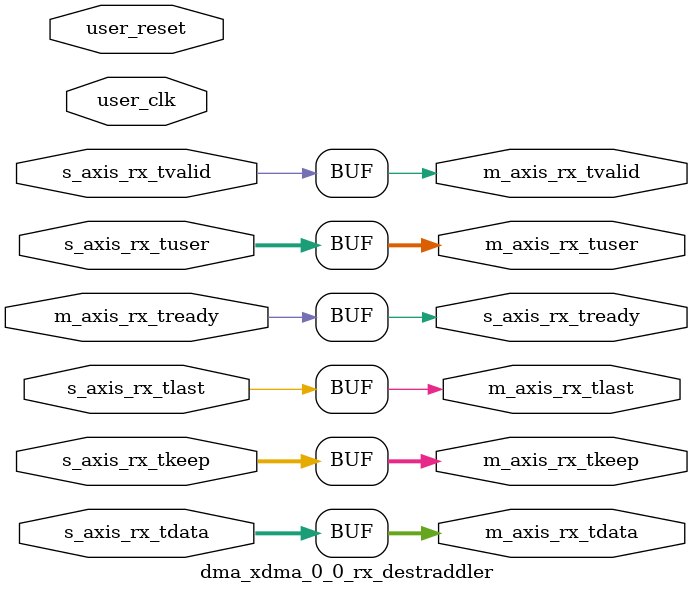
<source format=sv>


`timescale 1ps/1ps

module dma_xdma_0_0_rx_destraddler #(
  parameter C_AXI_DATA_WIDTH = 64,                     // RX/TX interface data width
  parameter C_KEEP_WIDTH     = C_AXI_DATA_WIDTH/8,     // TKEEP width
  parameter TCQ              = 1                       // Clock to Q time

  ) (

  input                         user_clk,
  input                         user_reset,

  //-------------------------------------------------
  // AXI-S RX Interface from PCIe Hard Block
  //-------------------------------------------------
  input  [C_AXI_DATA_WIDTH-1:0] s_axis_rx_tdata,       // RX data
  input                         s_axis_rx_tvalid,      // RX data is valid
  output reg                    s_axis_rx_tready,      // RX ready for data
  input      [C_KEEP_WIDTH-1:0] s_axis_rx_tkeep,       // RX strobe byte enables
  input                         s_axis_rx_tlast,       // RX data is last
  input                  [21:0] s_axis_rx_tuser,       // RX user signals

  //-------------------------------------------------
  // AXI-S RX Interface to RX Demux
  //-------------------------------------------------
  output reg [C_AXI_DATA_WIDTH-1:0] m_axis_rx_tdata,       // RX data
  output reg                        m_axis_rx_tvalid,      // RX data is valid
  input                             m_axis_rx_tready,      // RX ready for data
  output reg    [C_KEEP_WIDTH-1:0]  m_axis_rx_tkeep,       // RX strobe byte enables
  output reg                        m_axis_rx_tlast,       // RX data is last
  output reg                [21:0]  m_axis_rx_tuser        // RX user signals

);

generate
if(C_AXI_DATA_WIDTH == 128) begin : data_width_128

  // Local parameters

  localparam NORMAL_PACKET    = 2'b00;
  localparam STRADDLED_PACKET = 2'b01;
  localparam THROTTLE_TLP     = 2'b10;

  // Wire and Register Declarations

  reg [1:0]  state;
  reg [63:0] prev_data_half;
  reg [7:0]  prev_keep_half;
  reg [21:0] prev_user_half;


  always @(posedge user_clk) begin

    if (user_reset) begin

      state <= #TCQ NORMAL_PACKET;

    end else begin

      if (m_axis_rx_tready) begin

        // Store higher DWs in case it's straddled packet
        prev_data_half <= #TCQ s_axis_rx_tdata[127:64];
        prev_keep_half <= #TCQ s_axis_rx_tkeep[15:8];
        prev_user_half <= #TCQ s_axis_rx_tuser;

        case (state)

        NORMAL_PACKET: begin

          if (s_axis_rx_tuser[14] && s_axis_rx_tuser[13]) begin // SOF && Start @ DW2/3

            state           <= #TCQ STRADDLED_PACKET;

          end

        end // NORMAL_PACKET

        STRADDLED_PACKET: begin

          if (s_axis_rx_tuser[21] && !s_axis_rx_tuser[14]) begin // EOF && !SOF

            if (s_axis_rx_tuser[20]) begin          // EOF @ DW2/3
              state           <= #TCQ THROTTLE_TLP;
            end else begin                          // EOF @ DW0/1
              state           <= #TCQ NORMAL_PACKET;
            end

          end // EOF && !SOF

          // Note for all possible conditions in this state:
          // else if EOF && SOF  : SOF can only start @ DW2/3, so EOF can only be @ DW0/1. Stay in this state
          // else if !EOF && SOF : Will never have SOF only in this state. Stay in this state
          // else if !EOF && !SOF: No change. Stay in this state

        end // STRADDLED_PACKET

        THROTTLE_TLP: begin

          state <= #TCQ NORMAL_PACKET;

        end // THROTTLE_TLP

        default: begin

          state <= #TCQ NORMAL_PACKET;

        end // default

        endcase

      end // s_axis_rx_tready
    end // reset
  end // always

  always @(*) begin

      case (state)

      NORMAL_PACKET: begin

        m_axis_rx_tdata  = s_axis_rx_tdata;
        m_axis_rx_tvalid = s_axis_rx_tvalid;
        s_axis_rx_tready = m_axis_rx_tready;
        m_axis_rx_tkeep  =   (s_axis_rx_tuser[20:19] == 2'b00) ? 16'h000F :
                           ( (s_axis_rx_tuser[20:19] == 2'b01) ? 16'h00FF :
                           ( (s_axis_rx_tuser[20:19] == 2'b10) ? 16'h0FFF :
                                                                 16'hFFFF ));

        m_axis_rx_tlast  = s_axis_rx_tuser[21];

        // If EOF or (EOF and SOF), zero out SOF field. If SOF, the EOF field is already zero in this state
        m_axis_rx_tuser  = s_axis_rx_tuser[21] ? ( {s_axis_rx_tuser[21:15], 5'b0, s_axis_rx_tuser[9:0]} ) :
                                                 ( s_axis_rx_tuser                                      ) ;

      end

      STRADDLED_PACKET: begin

        m_axis_rx_tdata  = {s_axis_rx_tdata[63:0], prev_data_half};
        m_axis_rx_tvalid = s_axis_rx_tvalid;
        s_axis_rx_tready = m_axis_rx_tready;

        m_axis_rx_tkeep  = { ((s_axis_rx_tuser[20:19] == 2'b00) ? 8'h0F : 8'hFF),
                             8'hFF
                           };

      //  m_axis_rx_tlast  = (s_axis_rx_tuser[21] && s_axis_rx_tuser[20]) ? 1'b0 : 1'b1;
         m_axis_rx_tlast  = s_axis_rx_tuser[20] ? 1'b0 : 1'b1;

        // If SOF seen previously, zero out EOF. If EOF or (EOF and SOF) currently, zero out SOF field.
        m_axis_rx_tuser  = prev_user_half[14] ? {5'b0, prev_user_half[16:0]} :
                                                ( s_axis_rx_tuser[21] ? ( {s_axis_rx_tuser[21:15], 5'b0, s_axis_rx_tuser[9:0]} ) :
                                                                        ( s_axis_rx_tuser                                      )
                                                );

      end

      THROTTLE_TLP: begin

        m_axis_rx_tdata  = {64'h0, prev_data_half};
        m_axis_rx_tvalid = 1'b1;
        s_axis_rx_tready = 1'b0;

        m_axis_rx_tkeep  = { 8'h0, 
                             ((prev_user_half[20:19] == 2'b10) ? 8'h0F : 8'hFF)
                           };

        m_axis_rx_tlast  = 1'b1;
        m_axis_rx_tuser  = {prev_user_half[21:15], 5'b0, prev_user_half[9:0]}; // Zero out SOF field

      end

      default: begin

        m_axis_rx_tdata  = s_axis_rx_tdata;
        m_axis_rx_tvalid = s_axis_rx_tvalid;
        s_axis_rx_tready = m_axis_rx_tready;
        m_axis_rx_tkeep  = s_axis_rx_tkeep;
        m_axis_rx_tlast  = s_axis_rx_tuser[21];
        m_axis_rx_tuser  = s_axis_rx_tuser;

      end

      endcase

  end // always

end // data_width_128
else begin: data_width_64

  // No straddling in 64-bit mode. Pass through all signals as is
  always @(*) begin

    m_axis_rx_tdata  = s_axis_rx_tdata;
    m_axis_rx_tvalid = s_axis_rx_tvalid;
    s_axis_rx_tready = m_axis_rx_tready;
    m_axis_rx_tkeep  = s_axis_rx_tkeep;
    m_axis_rx_tlast  = s_axis_rx_tlast;
    m_axis_rx_tuser  = s_axis_rx_tuser;

  end // always

end // data_width_64
endgenerate

endmodule

</source>
